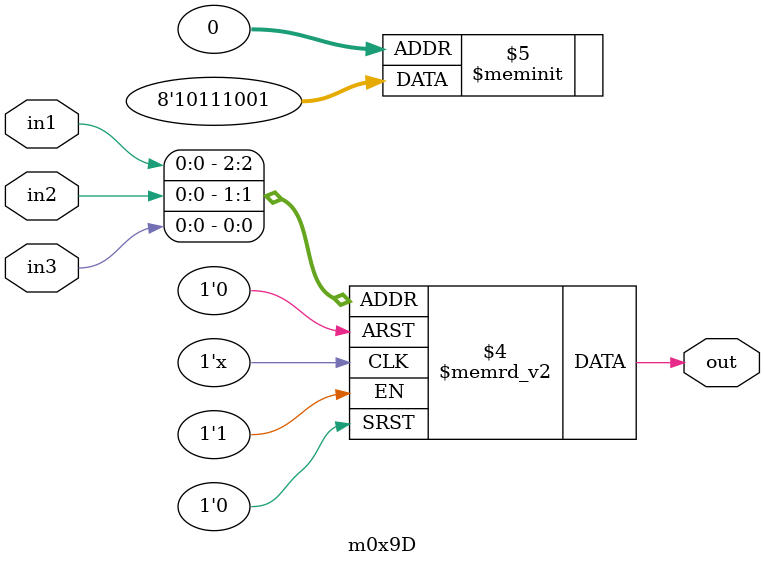
<source format=v>
module m0x9D(output out, input in1, in2, in3);

   always @(in1, in2, in3)
     begin
        case({in1, in2, in3})
          3'b000: {out} = 1'b1;
          3'b001: {out} = 1'b0;
          3'b010: {out} = 1'b0;
          3'b011: {out} = 1'b1;
          3'b100: {out} = 1'b1;
          3'b101: {out} = 1'b1;
          3'b110: {out} = 1'b0;
          3'b111: {out} = 1'b1;
        endcase // case ({in1, in2, in3})
     end // always @ (in1, in2, in3)

endmodule // m0x9D
</source>
